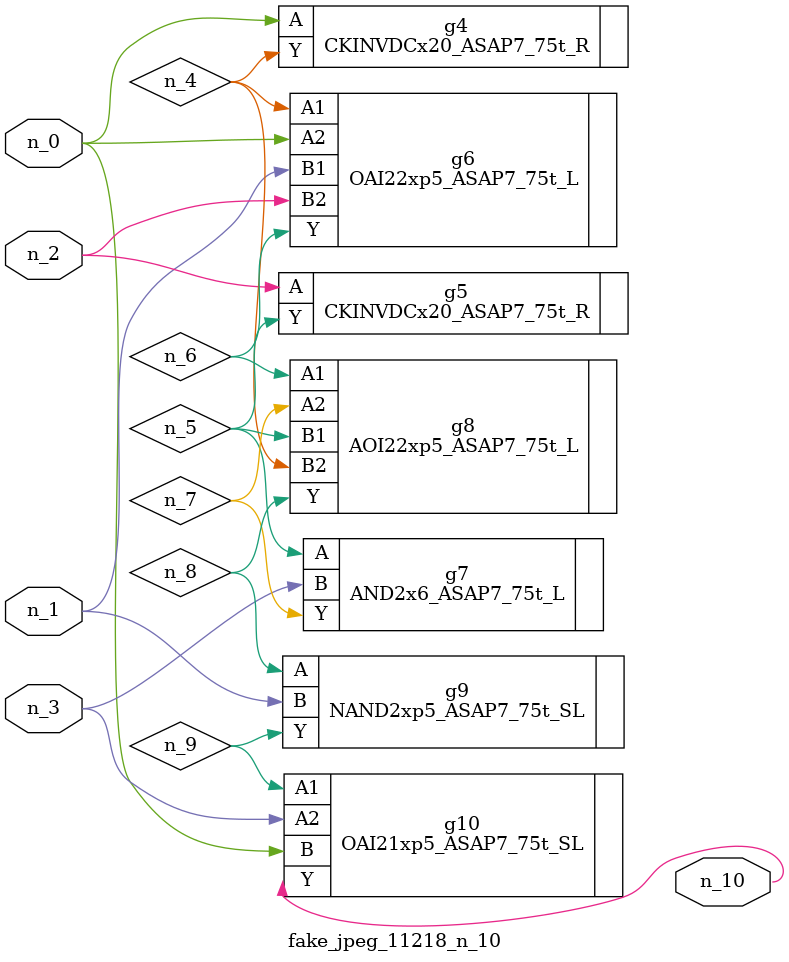
<source format=v>
module fake_jpeg_11218_n_10 (n_0, n_3, n_2, n_1, n_10);

input n_0;
input n_3;
input n_2;
input n_1;

output n_10;

wire n_4;
wire n_8;
wire n_9;
wire n_6;
wire n_5;
wire n_7;

CKINVDCx20_ASAP7_75t_R g4 ( 
.A(n_0),
.Y(n_4)
);

CKINVDCx20_ASAP7_75t_R g5 ( 
.A(n_2),
.Y(n_5)
);

OAI22xp5_ASAP7_75t_L g6 ( 
.A1(n_4),
.A2(n_0),
.B1(n_1),
.B2(n_2),
.Y(n_6)
);

AOI22xp5_ASAP7_75t_L g8 ( 
.A1(n_6),
.A2(n_7),
.B1(n_5),
.B2(n_4),
.Y(n_8)
);

AND2x6_ASAP7_75t_L g7 ( 
.A(n_5),
.B(n_3),
.Y(n_7)
);

NAND2xp5_ASAP7_75t_SL g9 ( 
.A(n_8),
.B(n_1),
.Y(n_9)
);

OAI21xp5_ASAP7_75t_SL g10 ( 
.A1(n_9),
.A2(n_3),
.B(n_0),
.Y(n_10)
);


endmodule
</source>
